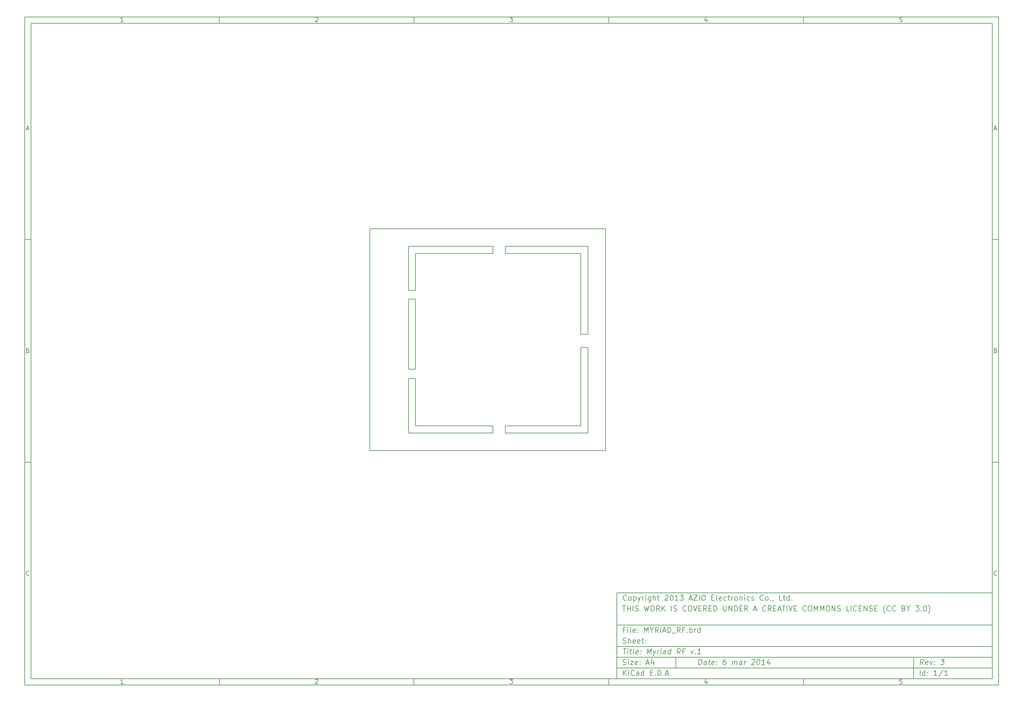
<source format=gbr>
G04 (created by PCBNEW (2013-05-31 BZR 4019)-stable) date 06/03/2014 18:54:47*
%MOIN*%
G04 Gerber Fmt 3.4, Leading zero omitted, Abs format*
%FSLAX34Y34*%
G01*
G70*
G90*
G04 APERTURE LIST*
%ADD10C,0.00590551*%
%ADD11C,0.0077*%
G04 APERTURE END LIST*
G54D10*
X4000Y-4000D02*
X112930Y-4000D01*
X112930Y-78680D01*
X4000Y-78680D01*
X4000Y-4000D01*
X4700Y-4700D02*
X112230Y-4700D01*
X112230Y-77980D01*
X4700Y-77980D01*
X4700Y-4700D01*
X25780Y-4000D02*
X25780Y-4700D01*
X15032Y-4552D02*
X14747Y-4552D01*
X14890Y-4552D02*
X14890Y-4052D01*
X14842Y-4123D01*
X14794Y-4171D01*
X14747Y-4195D01*
X25780Y-78680D02*
X25780Y-77980D01*
X15032Y-78532D02*
X14747Y-78532D01*
X14890Y-78532D02*
X14890Y-78032D01*
X14842Y-78103D01*
X14794Y-78151D01*
X14747Y-78175D01*
X47560Y-4000D02*
X47560Y-4700D01*
X36527Y-4100D02*
X36550Y-4076D01*
X36598Y-4052D01*
X36717Y-4052D01*
X36765Y-4076D01*
X36789Y-4100D01*
X36812Y-4147D01*
X36812Y-4195D01*
X36789Y-4266D01*
X36503Y-4552D01*
X36812Y-4552D01*
X47560Y-78680D02*
X47560Y-77980D01*
X36527Y-78080D02*
X36550Y-78056D01*
X36598Y-78032D01*
X36717Y-78032D01*
X36765Y-78056D01*
X36789Y-78080D01*
X36812Y-78127D01*
X36812Y-78175D01*
X36789Y-78246D01*
X36503Y-78532D01*
X36812Y-78532D01*
X69340Y-4000D02*
X69340Y-4700D01*
X58283Y-4052D02*
X58592Y-4052D01*
X58426Y-4242D01*
X58497Y-4242D01*
X58545Y-4266D01*
X58569Y-4290D01*
X58592Y-4338D01*
X58592Y-4457D01*
X58569Y-4504D01*
X58545Y-4528D01*
X58497Y-4552D01*
X58354Y-4552D01*
X58307Y-4528D01*
X58283Y-4504D01*
X69340Y-78680D02*
X69340Y-77980D01*
X58283Y-78032D02*
X58592Y-78032D01*
X58426Y-78222D01*
X58497Y-78222D01*
X58545Y-78246D01*
X58569Y-78270D01*
X58592Y-78318D01*
X58592Y-78437D01*
X58569Y-78484D01*
X58545Y-78508D01*
X58497Y-78532D01*
X58354Y-78532D01*
X58307Y-78508D01*
X58283Y-78484D01*
X91120Y-4000D02*
X91120Y-4700D01*
X80325Y-4219D02*
X80325Y-4552D01*
X80206Y-4028D02*
X80087Y-4385D01*
X80396Y-4385D01*
X91120Y-78680D02*
X91120Y-77980D01*
X80325Y-78199D02*
X80325Y-78532D01*
X80206Y-78008D02*
X80087Y-78365D01*
X80396Y-78365D01*
X102129Y-4052D02*
X101890Y-4052D01*
X101867Y-4290D01*
X101890Y-4266D01*
X101938Y-4242D01*
X102057Y-4242D01*
X102105Y-4266D01*
X102129Y-4290D01*
X102152Y-4338D01*
X102152Y-4457D01*
X102129Y-4504D01*
X102105Y-4528D01*
X102057Y-4552D01*
X101938Y-4552D01*
X101890Y-4528D01*
X101867Y-4504D01*
X102129Y-78032D02*
X101890Y-78032D01*
X101867Y-78270D01*
X101890Y-78246D01*
X101938Y-78222D01*
X102057Y-78222D01*
X102105Y-78246D01*
X102129Y-78270D01*
X102152Y-78318D01*
X102152Y-78437D01*
X102129Y-78484D01*
X102105Y-78508D01*
X102057Y-78532D01*
X101938Y-78532D01*
X101890Y-78508D01*
X101867Y-78484D01*
X4000Y-28890D02*
X4700Y-28890D01*
X4230Y-16509D02*
X4469Y-16509D01*
X4183Y-16652D02*
X4350Y-16152D01*
X4516Y-16652D01*
X112930Y-28890D02*
X112230Y-28890D01*
X112460Y-16509D02*
X112699Y-16509D01*
X112413Y-16652D02*
X112580Y-16152D01*
X112746Y-16652D01*
X4000Y-53780D02*
X4700Y-53780D01*
X4385Y-41280D02*
X4457Y-41304D01*
X4480Y-41328D01*
X4504Y-41375D01*
X4504Y-41447D01*
X4480Y-41494D01*
X4457Y-41518D01*
X4409Y-41542D01*
X4219Y-41542D01*
X4219Y-41042D01*
X4385Y-41042D01*
X4433Y-41066D01*
X4457Y-41090D01*
X4480Y-41137D01*
X4480Y-41185D01*
X4457Y-41232D01*
X4433Y-41256D01*
X4385Y-41280D01*
X4219Y-41280D01*
X112930Y-53780D02*
X112230Y-53780D01*
X112615Y-41280D02*
X112687Y-41304D01*
X112710Y-41328D01*
X112734Y-41375D01*
X112734Y-41447D01*
X112710Y-41494D01*
X112687Y-41518D01*
X112639Y-41542D01*
X112449Y-41542D01*
X112449Y-41042D01*
X112615Y-41042D01*
X112663Y-41066D01*
X112687Y-41090D01*
X112710Y-41137D01*
X112710Y-41185D01*
X112687Y-41232D01*
X112663Y-41256D01*
X112615Y-41280D01*
X112449Y-41280D01*
X4504Y-66384D02*
X4480Y-66408D01*
X4409Y-66432D01*
X4361Y-66432D01*
X4290Y-66408D01*
X4242Y-66360D01*
X4219Y-66313D01*
X4195Y-66218D01*
X4195Y-66146D01*
X4219Y-66051D01*
X4242Y-66003D01*
X4290Y-65956D01*
X4361Y-65932D01*
X4409Y-65932D01*
X4480Y-65956D01*
X4504Y-65980D01*
X112734Y-66384D02*
X112710Y-66408D01*
X112639Y-66432D01*
X112591Y-66432D01*
X112520Y-66408D01*
X112472Y-66360D01*
X112449Y-66313D01*
X112425Y-66218D01*
X112425Y-66146D01*
X112449Y-66051D01*
X112472Y-66003D01*
X112520Y-65956D01*
X112591Y-65932D01*
X112639Y-65932D01*
X112710Y-65956D01*
X112734Y-65980D01*
X79380Y-76422D02*
X79455Y-75822D01*
X79597Y-75822D01*
X79680Y-75851D01*
X79730Y-75908D01*
X79751Y-75965D01*
X79765Y-76080D01*
X79755Y-76165D01*
X79712Y-76280D01*
X79676Y-76337D01*
X79612Y-76394D01*
X79522Y-76422D01*
X79380Y-76422D01*
X80237Y-76422D02*
X80276Y-76108D01*
X80255Y-76051D01*
X80201Y-76022D01*
X80087Y-76022D01*
X80026Y-76051D01*
X80240Y-76394D02*
X80180Y-76422D01*
X80037Y-76422D01*
X79983Y-76394D01*
X79962Y-76337D01*
X79969Y-76280D01*
X80005Y-76222D01*
X80065Y-76194D01*
X80208Y-76194D01*
X80269Y-76165D01*
X80487Y-76022D02*
X80715Y-76022D01*
X80597Y-75822D02*
X80533Y-76337D01*
X80555Y-76394D01*
X80608Y-76422D01*
X80665Y-76422D01*
X81097Y-76394D02*
X81037Y-76422D01*
X80922Y-76422D01*
X80869Y-76394D01*
X80847Y-76337D01*
X80876Y-76108D01*
X80912Y-76051D01*
X80972Y-76022D01*
X81087Y-76022D01*
X81140Y-76051D01*
X81162Y-76108D01*
X81155Y-76165D01*
X80862Y-76222D01*
X81387Y-76365D02*
X81412Y-76394D01*
X81380Y-76422D01*
X81355Y-76394D01*
X81387Y-76365D01*
X81380Y-76422D01*
X81426Y-76051D02*
X81451Y-76080D01*
X81419Y-76108D01*
X81394Y-76080D01*
X81426Y-76051D01*
X81419Y-76108D01*
X82455Y-75822D02*
X82340Y-75822D01*
X82279Y-75851D01*
X82247Y-75880D01*
X82180Y-75965D01*
X82137Y-76080D01*
X82108Y-76308D01*
X82130Y-76365D01*
X82155Y-76394D01*
X82208Y-76422D01*
X82322Y-76422D01*
X82383Y-76394D01*
X82415Y-76365D01*
X82451Y-76308D01*
X82469Y-76165D01*
X82447Y-76108D01*
X82422Y-76080D01*
X82369Y-76051D01*
X82254Y-76051D01*
X82194Y-76080D01*
X82162Y-76108D01*
X82126Y-76165D01*
X83151Y-76422D02*
X83201Y-76022D01*
X83194Y-76080D02*
X83226Y-76051D01*
X83287Y-76022D01*
X83372Y-76022D01*
X83426Y-76051D01*
X83447Y-76108D01*
X83408Y-76422D01*
X83447Y-76108D02*
X83483Y-76051D01*
X83544Y-76022D01*
X83630Y-76022D01*
X83683Y-76051D01*
X83705Y-76108D01*
X83665Y-76422D01*
X84208Y-76422D02*
X84247Y-76108D01*
X84226Y-76051D01*
X84172Y-76022D01*
X84058Y-76022D01*
X83997Y-76051D01*
X84212Y-76394D02*
X84151Y-76422D01*
X84008Y-76422D01*
X83955Y-76394D01*
X83933Y-76337D01*
X83940Y-76280D01*
X83976Y-76222D01*
X84037Y-76194D01*
X84180Y-76194D01*
X84240Y-76165D01*
X84494Y-76422D02*
X84544Y-76022D01*
X84530Y-76137D02*
X84565Y-76080D01*
X84597Y-76051D01*
X84658Y-76022D01*
X84715Y-76022D01*
X85362Y-75880D02*
X85394Y-75851D01*
X85455Y-75822D01*
X85597Y-75822D01*
X85651Y-75851D01*
X85676Y-75880D01*
X85697Y-75937D01*
X85690Y-75994D01*
X85651Y-76080D01*
X85265Y-76422D01*
X85637Y-76422D01*
X86083Y-75822D02*
X86140Y-75822D01*
X86194Y-75851D01*
X86219Y-75880D01*
X86240Y-75937D01*
X86255Y-76051D01*
X86237Y-76194D01*
X86194Y-76308D01*
X86158Y-76365D01*
X86126Y-76394D01*
X86065Y-76422D01*
X86008Y-76422D01*
X85955Y-76394D01*
X85930Y-76365D01*
X85908Y-76308D01*
X85894Y-76194D01*
X85912Y-76051D01*
X85955Y-75937D01*
X85990Y-75880D01*
X86022Y-75851D01*
X86083Y-75822D01*
X86780Y-76422D02*
X86437Y-76422D01*
X86608Y-76422D02*
X86683Y-75822D01*
X86615Y-75908D01*
X86551Y-75965D01*
X86490Y-75994D01*
X87344Y-76022D02*
X87294Y-76422D01*
X87230Y-75794D02*
X87033Y-76222D01*
X87405Y-76222D01*
X70972Y-77622D02*
X70972Y-77022D01*
X71315Y-77622D02*
X71058Y-77280D01*
X71315Y-77022D02*
X70972Y-77365D01*
X71572Y-77622D02*
X71572Y-77222D01*
X71572Y-77022D02*
X71544Y-77051D01*
X71572Y-77080D01*
X71601Y-77051D01*
X71572Y-77022D01*
X71572Y-77080D01*
X72201Y-77565D02*
X72172Y-77594D01*
X72087Y-77622D01*
X72030Y-77622D01*
X71944Y-77594D01*
X71887Y-77537D01*
X71858Y-77480D01*
X71830Y-77365D01*
X71830Y-77280D01*
X71858Y-77165D01*
X71887Y-77108D01*
X71944Y-77051D01*
X72030Y-77022D01*
X72087Y-77022D01*
X72172Y-77051D01*
X72201Y-77080D01*
X72715Y-77622D02*
X72715Y-77308D01*
X72687Y-77251D01*
X72630Y-77222D01*
X72515Y-77222D01*
X72458Y-77251D01*
X72715Y-77594D02*
X72658Y-77622D01*
X72515Y-77622D01*
X72458Y-77594D01*
X72430Y-77537D01*
X72430Y-77480D01*
X72458Y-77422D01*
X72515Y-77394D01*
X72658Y-77394D01*
X72715Y-77365D01*
X73258Y-77622D02*
X73258Y-77022D01*
X73258Y-77594D02*
X73201Y-77622D01*
X73087Y-77622D01*
X73030Y-77594D01*
X73001Y-77565D01*
X72972Y-77508D01*
X72972Y-77337D01*
X73001Y-77280D01*
X73030Y-77251D01*
X73087Y-77222D01*
X73201Y-77222D01*
X73258Y-77251D01*
X74001Y-77308D02*
X74201Y-77308D01*
X74287Y-77622D02*
X74001Y-77622D01*
X74001Y-77022D01*
X74287Y-77022D01*
X74544Y-77565D02*
X74572Y-77594D01*
X74544Y-77622D01*
X74515Y-77594D01*
X74544Y-77565D01*
X74544Y-77622D01*
X74829Y-77622D02*
X74829Y-77022D01*
X74972Y-77022D01*
X75058Y-77051D01*
X75115Y-77108D01*
X75144Y-77165D01*
X75172Y-77280D01*
X75172Y-77365D01*
X75144Y-77480D01*
X75115Y-77537D01*
X75058Y-77594D01*
X74972Y-77622D01*
X74829Y-77622D01*
X75429Y-77565D02*
X75458Y-77594D01*
X75429Y-77622D01*
X75401Y-77594D01*
X75429Y-77565D01*
X75429Y-77622D01*
X75687Y-77451D02*
X75972Y-77451D01*
X75629Y-77622D02*
X75829Y-77022D01*
X76029Y-77622D01*
X76229Y-77565D02*
X76258Y-77594D01*
X76229Y-77622D01*
X76201Y-77594D01*
X76229Y-77565D01*
X76229Y-77622D01*
X104522Y-76422D02*
X104358Y-76137D01*
X104180Y-76422D02*
X104255Y-75822D01*
X104483Y-75822D01*
X104537Y-75851D01*
X104562Y-75880D01*
X104583Y-75937D01*
X104572Y-76022D01*
X104537Y-76080D01*
X104505Y-76108D01*
X104444Y-76137D01*
X104215Y-76137D01*
X105012Y-76394D02*
X104951Y-76422D01*
X104837Y-76422D01*
X104783Y-76394D01*
X104762Y-76337D01*
X104790Y-76108D01*
X104826Y-76051D01*
X104887Y-76022D01*
X105001Y-76022D01*
X105055Y-76051D01*
X105076Y-76108D01*
X105069Y-76165D01*
X104776Y-76222D01*
X105287Y-76022D02*
X105380Y-76422D01*
X105572Y-76022D01*
X105758Y-76365D02*
X105783Y-76394D01*
X105751Y-76422D01*
X105726Y-76394D01*
X105758Y-76365D01*
X105751Y-76422D01*
X105797Y-76051D02*
X105822Y-76080D01*
X105790Y-76108D01*
X105765Y-76080D01*
X105797Y-76051D01*
X105790Y-76108D01*
X106512Y-75822D02*
X106883Y-75822D01*
X106655Y-76051D01*
X106740Y-76051D01*
X106794Y-76080D01*
X106819Y-76108D01*
X106840Y-76165D01*
X106822Y-76308D01*
X106787Y-76365D01*
X106755Y-76394D01*
X106694Y-76422D01*
X106522Y-76422D01*
X106469Y-76394D01*
X106444Y-76365D01*
X70944Y-76394D02*
X71030Y-76422D01*
X71172Y-76422D01*
X71230Y-76394D01*
X71258Y-76365D01*
X71287Y-76308D01*
X71287Y-76251D01*
X71258Y-76194D01*
X71230Y-76165D01*
X71172Y-76137D01*
X71058Y-76108D01*
X71001Y-76080D01*
X70972Y-76051D01*
X70944Y-75994D01*
X70944Y-75937D01*
X70972Y-75880D01*
X71001Y-75851D01*
X71058Y-75822D01*
X71201Y-75822D01*
X71287Y-75851D01*
X71544Y-76422D02*
X71544Y-76022D01*
X71544Y-75822D02*
X71515Y-75851D01*
X71544Y-75880D01*
X71572Y-75851D01*
X71544Y-75822D01*
X71544Y-75880D01*
X71772Y-76022D02*
X72087Y-76022D01*
X71772Y-76422D01*
X72087Y-76422D01*
X72544Y-76394D02*
X72487Y-76422D01*
X72372Y-76422D01*
X72315Y-76394D01*
X72287Y-76337D01*
X72287Y-76108D01*
X72315Y-76051D01*
X72372Y-76022D01*
X72487Y-76022D01*
X72544Y-76051D01*
X72572Y-76108D01*
X72572Y-76165D01*
X72287Y-76222D01*
X72830Y-76365D02*
X72858Y-76394D01*
X72830Y-76422D01*
X72801Y-76394D01*
X72830Y-76365D01*
X72830Y-76422D01*
X72830Y-76051D02*
X72858Y-76080D01*
X72830Y-76108D01*
X72801Y-76080D01*
X72830Y-76051D01*
X72830Y-76108D01*
X73544Y-76251D02*
X73830Y-76251D01*
X73487Y-76422D02*
X73687Y-75822D01*
X73887Y-76422D01*
X74344Y-76022D02*
X74344Y-76422D01*
X74201Y-75794D02*
X74058Y-76222D01*
X74430Y-76222D01*
X104172Y-77622D02*
X104172Y-77022D01*
X104715Y-77622D02*
X104715Y-77022D01*
X104715Y-77594D02*
X104658Y-77622D01*
X104544Y-77622D01*
X104487Y-77594D01*
X104458Y-77565D01*
X104430Y-77508D01*
X104430Y-77337D01*
X104458Y-77280D01*
X104487Y-77251D01*
X104544Y-77222D01*
X104658Y-77222D01*
X104715Y-77251D01*
X105001Y-77565D02*
X105030Y-77594D01*
X105001Y-77622D01*
X104972Y-77594D01*
X105001Y-77565D01*
X105001Y-77622D01*
X105001Y-77251D02*
X105030Y-77280D01*
X105001Y-77308D01*
X104972Y-77280D01*
X105001Y-77251D01*
X105001Y-77308D01*
X106058Y-77622D02*
X105715Y-77622D01*
X105887Y-77622D02*
X105887Y-77022D01*
X105829Y-77108D01*
X105772Y-77165D01*
X105715Y-77194D01*
X106744Y-76994D02*
X106230Y-77765D01*
X107258Y-77622D02*
X106915Y-77622D01*
X107087Y-77622D02*
X107087Y-77022D01*
X107029Y-77108D01*
X106972Y-77165D01*
X106915Y-77194D01*
X70969Y-74622D02*
X71312Y-74622D01*
X71065Y-75222D02*
X71140Y-74622D01*
X71437Y-75222D02*
X71487Y-74822D01*
X71512Y-74622D02*
X71480Y-74651D01*
X71505Y-74680D01*
X71537Y-74651D01*
X71512Y-74622D01*
X71505Y-74680D01*
X71687Y-74822D02*
X71915Y-74822D01*
X71797Y-74622D02*
X71733Y-75137D01*
X71755Y-75194D01*
X71808Y-75222D01*
X71865Y-75222D01*
X72151Y-75222D02*
X72097Y-75194D01*
X72076Y-75137D01*
X72140Y-74622D01*
X72612Y-75194D02*
X72551Y-75222D01*
X72437Y-75222D01*
X72383Y-75194D01*
X72362Y-75137D01*
X72390Y-74908D01*
X72426Y-74851D01*
X72487Y-74822D01*
X72601Y-74822D01*
X72655Y-74851D01*
X72676Y-74908D01*
X72669Y-74965D01*
X72376Y-75022D01*
X72901Y-75165D02*
X72926Y-75194D01*
X72894Y-75222D01*
X72869Y-75194D01*
X72901Y-75165D01*
X72894Y-75222D01*
X72940Y-74851D02*
X72965Y-74880D01*
X72933Y-74908D01*
X72908Y-74880D01*
X72940Y-74851D01*
X72933Y-74908D01*
X73637Y-75222D02*
X73712Y-74622D01*
X73858Y-75051D01*
X74112Y-74622D01*
X74037Y-75222D01*
X74315Y-74822D02*
X74408Y-75222D01*
X74601Y-74822D02*
X74408Y-75222D01*
X74333Y-75365D01*
X74301Y-75394D01*
X74240Y-75422D01*
X74780Y-75222D02*
X74830Y-74822D01*
X74815Y-74937D02*
X74851Y-74880D01*
X74883Y-74851D01*
X74944Y-74822D01*
X75001Y-74822D01*
X75151Y-75222D02*
X75201Y-74822D01*
X75226Y-74622D02*
X75194Y-74651D01*
X75219Y-74680D01*
X75251Y-74651D01*
X75226Y-74622D01*
X75219Y-74680D01*
X75694Y-75222D02*
X75733Y-74908D01*
X75712Y-74851D01*
X75658Y-74822D01*
X75544Y-74822D01*
X75483Y-74851D01*
X75697Y-75194D02*
X75637Y-75222D01*
X75494Y-75222D01*
X75440Y-75194D01*
X75419Y-75137D01*
X75426Y-75080D01*
X75462Y-75022D01*
X75522Y-74994D01*
X75665Y-74994D01*
X75726Y-74965D01*
X76237Y-75222D02*
X76312Y-74622D01*
X76240Y-75194D02*
X76180Y-75222D01*
X76065Y-75222D01*
X76012Y-75194D01*
X75987Y-75165D01*
X75965Y-75108D01*
X75987Y-74937D01*
X76022Y-74880D01*
X76055Y-74851D01*
X76115Y-74822D01*
X76230Y-74822D01*
X76283Y-74851D01*
X77322Y-75222D02*
X77158Y-74937D01*
X76980Y-75222D02*
X77055Y-74622D01*
X77283Y-74622D01*
X77337Y-74651D01*
X77362Y-74680D01*
X77383Y-74737D01*
X77372Y-74822D01*
X77337Y-74880D01*
X77305Y-74908D01*
X77244Y-74937D01*
X77015Y-74937D01*
X77819Y-74908D02*
X77619Y-74908D01*
X77580Y-75222D02*
X77655Y-74622D01*
X77940Y-74622D01*
X78544Y-74822D02*
X78637Y-75222D01*
X78830Y-74822D01*
X79015Y-75165D02*
X79040Y-75194D01*
X79008Y-75222D01*
X78983Y-75194D01*
X79015Y-75165D01*
X79008Y-75222D01*
X79608Y-75222D02*
X79265Y-75222D01*
X79437Y-75222D02*
X79512Y-74622D01*
X79444Y-74708D01*
X79380Y-74765D01*
X79319Y-74794D01*
X71172Y-72508D02*
X70972Y-72508D01*
X70972Y-72822D02*
X70972Y-72222D01*
X71258Y-72222D01*
X71487Y-72822D02*
X71487Y-72422D01*
X71487Y-72222D02*
X71458Y-72251D01*
X71487Y-72280D01*
X71515Y-72251D01*
X71487Y-72222D01*
X71487Y-72280D01*
X71858Y-72822D02*
X71801Y-72794D01*
X71772Y-72737D01*
X71772Y-72222D01*
X72315Y-72794D02*
X72258Y-72822D01*
X72144Y-72822D01*
X72087Y-72794D01*
X72058Y-72737D01*
X72058Y-72508D01*
X72087Y-72451D01*
X72144Y-72422D01*
X72258Y-72422D01*
X72315Y-72451D01*
X72344Y-72508D01*
X72344Y-72565D01*
X72058Y-72622D01*
X72601Y-72765D02*
X72630Y-72794D01*
X72601Y-72822D01*
X72572Y-72794D01*
X72601Y-72765D01*
X72601Y-72822D01*
X72601Y-72451D02*
X72630Y-72480D01*
X72601Y-72508D01*
X72572Y-72480D01*
X72601Y-72451D01*
X72601Y-72508D01*
X73344Y-72822D02*
X73344Y-72222D01*
X73544Y-72651D01*
X73744Y-72222D01*
X73744Y-72822D01*
X74144Y-72537D02*
X74144Y-72822D01*
X73944Y-72222D02*
X74144Y-72537D01*
X74344Y-72222D01*
X74887Y-72822D02*
X74687Y-72537D01*
X74544Y-72822D02*
X74544Y-72222D01*
X74772Y-72222D01*
X74830Y-72251D01*
X74858Y-72280D01*
X74887Y-72337D01*
X74887Y-72422D01*
X74858Y-72480D01*
X74830Y-72508D01*
X74772Y-72537D01*
X74544Y-72537D01*
X75144Y-72822D02*
X75144Y-72222D01*
X75401Y-72651D02*
X75687Y-72651D01*
X75344Y-72822D02*
X75544Y-72222D01*
X75744Y-72822D01*
X75944Y-72822D02*
X75944Y-72222D01*
X76087Y-72222D01*
X76172Y-72251D01*
X76230Y-72308D01*
X76258Y-72365D01*
X76287Y-72480D01*
X76287Y-72565D01*
X76258Y-72680D01*
X76230Y-72737D01*
X76172Y-72794D01*
X76087Y-72822D01*
X75944Y-72822D01*
X76401Y-72880D02*
X76858Y-72880D01*
X77344Y-72822D02*
X77144Y-72537D01*
X77001Y-72822D02*
X77001Y-72222D01*
X77230Y-72222D01*
X77287Y-72251D01*
X77315Y-72280D01*
X77344Y-72337D01*
X77344Y-72422D01*
X77315Y-72480D01*
X77287Y-72508D01*
X77230Y-72537D01*
X77001Y-72537D01*
X77801Y-72508D02*
X77601Y-72508D01*
X77601Y-72822D02*
X77601Y-72222D01*
X77887Y-72222D01*
X78115Y-72765D02*
X78144Y-72794D01*
X78115Y-72822D01*
X78087Y-72794D01*
X78115Y-72765D01*
X78115Y-72822D01*
X78401Y-72822D02*
X78401Y-72222D01*
X78401Y-72451D02*
X78458Y-72422D01*
X78572Y-72422D01*
X78630Y-72451D01*
X78658Y-72480D01*
X78687Y-72537D01*
X78687Y-72708D01*
X78658Y-72765D01*
X78630Y-72794D01*
X78572Y-72822D01*
X78458Y-72822D01*
X78401Y-72794D01*
X78944Y-72822D02*
X78944Y-72422D01*
X78944Y-72537D02*
X78972Y-72480D01*
X79001Y-72451D01*
X79058Y-72422D01*
X79115Y-72422D01*
X79572Y-72822D02*
X79572Y-72222D01*
X79572Y-72794D02*
X79515Y-72822D01*
X79401Y-72822D01*
X79344Y-72794D01*
X79315Y-72765D01*
X79287Y-72708D01*
X79287Y-72537D01*
X79315Y-72480D01*
X79344Y-72451D01*
X79401Y-72422D01*
X79515Y-72422D01*
X79572Y-72451D01*
X70944Y-73994D02*
X71030Y-74022D01*
X71172Y-74022D01*
X71230Y-73994D01*
X71258Y-73965D01*
X71287Y-73908D01*
X71287Y-73851D01*
X71258Y-73794D01*
X71230Y-73765D01*
X71172Y-73737D01*
X71058Y-73708D01*
X71001Y-73680D01*
X70972Y-73651D01*
X70944Y-73594D01*
X70944Y-73537D01*
X70972Y-73480D01*
X71001Y-73451D01*
X71058Y-73422D01*
X71201Y-73422D01*
X71287Y-73451D01*
X71544Y-74022D02*
X71544Y-73422D01*
X71801Y-74022D02*
X71801Y-73708D01*
X71772Y-73651D01*
X71715Y-73622D01*
X71630Y-73622D01*
X71572Y-73651D01*
X71544Y-73680D01*
X72315Y-73994D02*
X72258Y-74022D01*
X72144Y-74022D01*
X72087Y-73994D01*
X72058Y-73937D01*
X72058Y-73708D01*
X72087Y-73651D01*
X72144Y-73622D01*
X72258Y-73622D01*
X72315Y-73651D01*
X72344Y-73708D01*
X72344Y-73765D01*
X72058Y-73822D01*
X72830Y-73994D02*
X72772Y-74022D01*
X72658Y-74022D01*
X72601Y-73994D01*
X72572Y-73937D01*
X72572Y-73708D01*
X72601Y-73651D01*
X72658Y-73622D01*
X72772Y-73622D01*
X72830Y-73651D01*
X72858Y-73708D01*
X72858Y-73765D01*
X72572Y-73822D01*
X73030Y-73622D02*
X73258Y-73622D01*
X73115Y-73422D02*
X73115Y-73937D01*
X73144Y-73994D01*
X73201Y-74022D01*
X73258Y-74022D01*
X73458Y-73965D02*
X73487Y-73994D01*
X73458Y-74022D01*
X73430Y-73994D01*
X73458Y-73965D01*
X73458Y-74022D01*
X73458Y-73651D02*
X73487Y-73680D01*
X73458Y-73708D01*
X73430Y-73680D01*
X73458Y-73651D01*
X73458Y-73708D01*
X70887Y-69822D02*
X71230Y-69822D01*
X71058Y-70422D02*
X71058Y-69822D01*
X71430Y-70422D02*
X71430Y-69822D01*
X71430Y-70108D02*
X71772Y-70108D01*
X71772Y-70422D02*
X71772Y-69822D01*
X72058Y-70422D02*
X72058Y-69822D01*
X72315Y-70394D02*
X72401Y-70422D01*
X72544Y-70422D01*
X72601Y-70394D01*
X72629Y-70365D01*
X72658Y-70308D01*
X72658Y-70251D01*
X72629Y-70194D01*
X72601Y-70165D01*
X72544Y-70137D01*
X72429Y-70108D01*
X72372Y-70080D01*
X72344Y-70051D01*
X72315Y-69994D01*
X72315Y-69937D01*
X72344Y-69880D01*
X72372Y-69851D01*
X72429Y-69822D01*
X72572Y-69822D01*
X72658Y-69851D01*
X73315Y-69822D02*
X73458Y-70422D01*
X73572Y-69994D01*
X73687Y-70422D01*
X73830Y-69822D01*
X74172Y-69822D02*
X74287Y-69822D01*
X74344Y-69851D01*
X74401Y-69908D01*
X74430Y-70022D01*
X74430Y-70222D01*
X74401Y-70337D01*
X74344Y-70394D01*
X74287Y-70422D01*
X74172Y-70422D01*
X74115Y-70394D01*
X74058Y-70337D01*
X74030Y-70222D01*
X74030Y-70022D01*
X74058Y-69908D01*
X74115Y-69851D01*
X74172Y-69822D01*
X75029Y-70422D02*
X74829Y-70137D01*
X74687Y-70422D02*
X74687Y-69822D01*
X74915Y-69822D01*
X74972Y-69851D01*
X75001Y-69880D01*
X75029Y-69937D01*
X75029Y-70022D01*
X75001Y-70080D01*
X74972Y-70108D01*
X74915Y-70137D01*
X74687Y-70137D01*
X75287Y-70422D02*
X75287Y-69822D01*
X75629Y-70422D02*
X75372Y-70080D01*
X75629Y-69822D02*
X75287Y-70165D01*
X76344Y-70422D02*
X76344Y-69822D01*
X76601Y-70394D02*
X76687Y-70422D01*
X76829Y-70422D01*
X76887Y-70394D01*
X76915Y-70365D01*
X76944Y-70308D01*
X76944Y-70251D01*
X76915Y-70194D01*
X76887Y-70165D01*
X76829Y-70137D01*
X76715Y-70108D01*
X76658Y-70080D01*
X76629Y-70051D01*
X76601Y-69994D01*
X76601Y-69937D01*
X76629Y-69880D01*
X76658Y-69851D01*
X76715Y-69822D01*
X76858Y-69822D01*
X76944Y-69851D01*
X78001Y-70365D02*
X77972Y-70394D01*
X77887Y-70422D01*
X77830Y-70422D01*
X77744Y-70394D01*
X77687Y-70337D01*
X77658Y-70280D01*
X77630Y-70165D01*
X77630Y-70080D01*
X77658Y-69965D01*
X77687Y-69908D01*
X77744Y-69851D01*
X77830Y-69822D01*
X77887Y-69822D01*
X77972Y-69851D01*
X78001Y-69880D01*
X78372Y-69822D02*
X78487Y-69822D01*
X78544Y-69851D01*
X78601Y-69908D01*
X78630Y-70022D01*
X78630Y-70222D01*
X78601Y-70337D01*
X78544Y-70394D01*
X78487Y-70422D01*
X78372Y-70422D01*
X78315Y-70394D01*
X78258Y-70337D01*
X78230Y-70222D01*
X78230Y-70022D01*
X78258Y-69908D01*
X78315Y-69851D01*
X78372Y-69822D01*
X78801Y-69822D02*
X79001Y-70422D01*
X79201Y-69822D01*
X79401Y-70108D02*
X79601Y-70108D01*
X79687Y-70422D02*
X79401Y-70422D01*
X79401Y-69822D01*
X79687Y-69822D01*
X80287Y-70422D02*
X80087Y-70137D01*
X79944Y-70422D02*
X79944Y-69822D01*
X80172Y-69822D01*
X80229Y-69851D01*
X80258Y-69880D01*
X80287Y-69937D01*
X80287Y-70022D01*
X80258Y-70080D01*
X80229Y-70108D01*
X80172Y-70137D01*
X79944Y-70137D01*
X80544Y-70108D02*
X80744Y-70108D01*
X80829Y-70422D02*
X80544Y-70422D01*
X80544Y-69822D01*
X80829Y-69822D01*
X81087Y-70422D02*
X81087Y-69822D01*
X81229Y-69822D01*
X81315Y-69851D01*
X81372Y-69908D01*
X81401Y-69965D01*
X81429Y-70080D01*
X81429Y-70165D01*
X81401Y-70280D01*
X81372Y-70337D01*
X81315Y-70394D01*
X81229Y-70422D01*
X81087Y-70422D01*
X82144Y-69822D02*
X82144Y-70308D01*
X82172Y-70365D01*
X82201Y-70394D01*
X82258Y-70422D01*
X82372Y-70422D01*
X82429Y-70394D01*
X82458Y-70365D01*
X82487Y-70308D01*
X82487Y-69822D01*
X82772Y-70422D02*
X82772Y-69822D01*
X83115Y-70422D01*
X83115Y-69822D01*
X83401Y-70422D02*
X83401Y-69822D01*
X83544Y-69822D01*
X83629Y-69851D01*
X83687Y-69908D01*
X83715Y-69965D01*
X83744Y-70080D01*
X83744Y-70165D01*
X83715Y-70280D01*
X83687Y-70337D01*
X83629Y-70394D01*
X83544Y-70422D01*
X83401Y-70422D01*
X84001Y-70108D02*
X84201Y-70108D01*
X84287Y-70422D02*
X84001Y-70422D01*
X84001Y-69822D01*
X84287Y-69822D01*
X84887Y-70422D02*
X84687Y-70137D01*
X84544Y-70422D02*
X84544Y-69822D01*
X84772Y-69822D01*
X84829Y-69851D01*
X84858Y-69880D01*
X84887Y-69937D01*
X84887Y-70022D01*
X84858Y-70080D01*
X84829Y-70108D01*
X84772Y-70137D01*
X84544Y-70137D01*
X85572Y-70251D02*
X85858Y-70251D01*
X85515Y-70422D02*
X85715Y-69822D01*
X85915Y-70422D01*
X86915Y-70365D02*
X86887Y-70394D01*
X86801Y-70422D01*
X86744Y-70422D01*
X86658Y-70394D01*
X86601Y-70337D01*
X86572Y-70280D01*
X86544Y-70165D01*
X86544Y-70080D01*
X86572Y-69965D01*
X86601Y-69908D01*
X86658Y-69851D01*
X86744Y-69822D01*
X86801Y-69822D01*
X86887Y-69851D01*
X86915Y-69880D01*
X87515Y-70422D02*
X87315Y-70137D01*
X87172Y-70422D02*
X87172Y-69822D01*
X87401Y-69822D01*
X87458Y-69851D01*
X87487Y-69880D01*
X87515Y-69937D01*
X87515Y-70022D01*
X87487Y-70080D01*
X87458Y-70108D01*
X87401Y-70137D01*
X87172Y-70137D01*
X87772Y-70108D02*
X87972Y-70108D01*
X88058Y-70422D02*
X87772Y-70422D01*
X87772Y-69822D01*
X88058Y-69822D01*
X88287Y-70251D02*
X88572Y-70251D01*
X88229Y-70422D02*
X88429Y-69822D01*
X88629Y-70422D01*
X88744Y-69822D02*
X89087Y-69822D01*
X88915Y-70422D02*
X88915Y-69822D01*
X89287Y-70422D02*
X89287Y-69822D01*
X89487Y-69822D02*
X89687Y-70422D01*
X89887Y-69822D01*
X90087Y-70108D02*
X90287Y-70108D01*
X90372Y-70422D02*
X90087Y-70422D01*
X90087Y-69822D01*
X90372Y-69822D01*
X91429Y-70365D02*
X91401Y-70394D01*
X91315Y-70422D01*
X91258Y-70422D01*
X91172Y-70394D01*
X91115Y-70337D01*
X91087Y-70280D01*
X91058Y-70165D01*
X91058Y-70080D01*
X91087Y-69965D01*
X91115Y-69908D01*
X91172Y-69851D01*
X91258Y-69822D01*
X91315Y-69822D01*
X91401Y-69851D01*
X91429Y-69880D01*
X91801Y-69822D02*
X91915Y-69822D01*
X91972Y-69851D01*
X92029Y-69908D01*
X92058Y-70022D01*
X92058Y-70222D01*
X92029Y-70337D01*
X91972Y-70394D01*
X91915Y-70422D01*
X91801Y-70422D01*
X91744Y-70394D01*
X91687Y-70337D01*
X91658Y-70222D01*
X91658Y-70022D01*
X91687Y-69908D01*
X91744Y-69851D01*
X91801Y-69822D01*
X92315Y-70422D02*
X92315Y-69822D01*
X92515Y-70251D01*
X92715Y-69822D01*
X92715Y-70422D01*
X93001Y-70422D02*
X93001Y-69822D01*
X93201Y-70251D01*
X93401Y-69822D01*
X93401Y-70422D01*
X93801Y-69822D02*
X93915Y-69822D01*
X93972Y-69851D01*
X94029Y-69908D01*
X94058Y-70022D01*
X94058Y-70222D01*
X94029Y-70337D01*
X93972Y-70394D01*
X93915Y-70422D01*
X93801Y-70422D01*
X93744Y-70394D01*
X93687Y-70337D01*
X93658Y-70222D01*
X93658Y-70022D01*
X93687Y-69908D01*
X93744Y-69851D01*
X93801Y-69822D01*
X94315Y-70422D02*
X94315Y-69822D01*
X94658Y-70422D01*
X94658Y-69822D01*
X94915Y-70394D02*
X95001Y-70422D01*
X95144Y-70422D01*
X95201Y-70394D01*
X95229Y-70365D01*
X95258Y-70308D01*
X95258Y-70251D01*
X95229Y-70194D01*
X95201Y-70165D01*
X95144Y-70137D01*
X95029Y-70108D01*
X94972Y-70080D01*
X94944Y-70051D01*
X94915Y-69994D01*
X94915Y-69937D01*
X94944Y-69880D01*
X94972Y-69851D01*
X95029Y-69822D01*
X95172Y-69822D01*
X95258Y-69851D01*
X96258Y-70422D02*
X95972Y-70422D01*
X95972Y-69822D01*
X96458Y-70422D02*
X96458Y-69822D01*
X97087Y-70365D02*
X97058Y-70394D01*
X96972Y-70422D01*
X96915Y-70422D01*
X96829Y-70394D01*
X96772Y-70337D01*
X96744Y-70280D01*
X96715Y-70165D01*
X96715Y-70080D01*
X96744Y-69965D01*
X96772Y-69908D01*
X96829Y-69851D01*
X96915Y-69822D01*
X96972Y-69822D01*
X97058Y-69851D01*
X97087Y-69880D01*
X97344Y-70108D02*
X97544Y-70108D01*
X97629Y-70422D02*
X97344Y-70422D01*
X97344Y-69822D01*
X97629Y-69822D01*
X97887Y-70422D02*
X97887Y-69822D01*
X98229Y-70422D01*
X98229Y-69822D01*
X98487Y-70394D02*
X98572Y-70422D01*
X98715Y-70422D01*
X98772Y-70394D01*
X98801Y-70365D01*
X98829Y-70308D01*
X98829Y-70251D01*
X98801Y-70194D01*
X98772Y-70165D01*
X98715Y-70137D01*
X98601Y-70108D01*
X98544Y-70080D01*
X98515Y-70051D01*
X98487Y-69994D01*
X98487Y-69937D01*
X98515Y-69880D01*
X98544Y-69851D01*
X98601Y-69822D01*
X98744Y-69822D01*
X98829Y-69851D01*
X99087Y-70108D02*
X99287Y-70108D01*
X99372Y-70422D02*
X99087Y-70422D01*
X99087Y-69822D01*
X99372Y-69822D01*
X100258Y-70651D02*
X100229Y-70622D01*
X100172Y-70537D01*
X100144Y-70480D01*
X100115Y-70394D01*
X100087Y-70251D01*
X100087Y-70137D01*
X100115Y-69994D01*
X100144Y-69908D01*
X100172Y-69851D01*
X100229Y-69765D01*
X100258Y-69737D01*
X100829Y-70365D02*
X100801Y-70394D01*
X100715Y-70422D01*
X100658Y-70422D01*
X100572Y-70394D01*
X100515Y-70337D01*
X100487Y-70280D01*
X100458Y-70165D01*
X100458Y-70080D01*
X100487Y-69965D01*
X100515Y-69908D01*
X100572Y-69851D01*
X100658Y-69822D01*
X100715Y-69822D01*
X100801Y-69851D01*
X100829Y-69880D01*
X101429Y-70365D02*
X101401Y-70394D01*
X101315Y-70422D01*
X101258Y-70422D01*
X101172Y-70394D01*
X101115Y-70337D01*
X101087Y-70280D01*
X101058Y-70165D01*
X101058Y-70080D01*
X101087Y-69965D01*
X101115Y-69908D01*
X101172Y-69851D01*
X101258Y-69822D01*
X101315Y-69822D01*
X101401Y-69851D01*
X101429Y-69880D01*
X102344Y-70108D02*
X102429Y-70137D01*
X102458Y-70165D01*
X102487Y-70222D01*
X102487Y-70308D01*
X102458Y-70365D01*
X102429Y-70394D01*
X102372Y-70422D01*
X102144Y-70422D01*
X102144Y-69822D01*
X102344Y-69822D01*
X102401Y-69851D01*
X102429Y-69880D01*
X102458Y-69937D01*
X102458Y-69994D01*
X102429Y-70051D01*
X102401Y-70080D01*
X102344Y-70108D01*
X102144Y-70108D01*
X102858Y-70137D02*
X102858Y-70422D01*
X102658Y-69822D02*
X102858Y-70137D01*
X103058Y-69822D01*
X103658Y-69822D02*
X104029Y-69822D01*
X103829Y-70051D01*
X103915Y-70051D01*
X103972Y-70080D01*
X104001Y-70108D01*
X104029Y-70165D01*
X104029Y-70308D01*
X104001Y-70365D01*
X103972Y-70394D01*
X103915Y-70422D01*
X103744Y-70422D01*
X103687Y-70394D01*
X103658Y-70365D01*
X104287Y-70365D02*
X104315Y-70394D01*
X104287Y-70422D01*
X104258Y-70394D01*
X104287Y-70365D01*
X104287Y-70422D01*
X104687Y-69822D02*
X104744Y-69822D01*
X104801Y-69851D01*
X104829Y-69880D01*
X104858Y-69937D01*
X104887Y-70051D01*
X104887Y-70194D01*
X104858Y-70308D01*
X104829Y-70365D01*
X104801Y-70394D01*
X104744Y-70422D01*
X104687Y-70422D01*
X104629Y-70394D01*
X104601Y-70365D01*
X104572Y-70308D01*
X104544Y-70194D01*
X104544Y-70051D01*
X104572Y-69937D01*
X104601Y-69880D01*
X104629Y-69851D01*
X104687Y-69822D01*
X105087Y-70651D02*
X105115Y-70622D01*
X105172Y-70537D01*
X105201Y-70480D01*
X105229Y-70394D01*
X105258Y-70251D01*
X105258Y-70137D01*
X105229Y-69994D01*
X105201Y-69908D01*
X105172Y-69851D01*
X105115Y-69765D01*
X105087Y-69737D01*
X71315Y-69165D02*
X71287Y-69194D01*
X71201Y-69222D01*
X71144Y-69222D01*
X71058Y-69194D01*
X71001Y-69137D01*
X70972Y-69080D01*
X70944Y-68965D01*
X70944Y-68880D01*
X70972Y-68765D01*
X71001Y-68708D01*
X71058Y-68651D01*
X71144Y-68622D01*
X71201Y-68622D01*
X71287Y-68651D01*
X71315Y-68680D01*
X71658Y-69222D02*
X71601Y-69194D01*
X71572Y-69165D01*
X71544Y-69108D01*
X71544Y-68937D01*
X71572Y-68880D01*
X71601Y-68851D01*
X71658Y-68822D01*
X71744Y-68822D01*
X71801Y-68851D01*
X71830Y-68880D01*
X71858Y-68937D01*
X71858Y-69108D01*
X71830Y-69165D01*
X71801Y-69194D01*
X71744Y-69222D01*
X71658Y-69222D01*
X72115Y-68822D02*
X72115Y-69422D01*
X72115Y-68851D02*
X72172Y-68822D01*
X72287Y-68822D01*
X72344Y-68851D01*
X72372Y-68880D01*
X72401Y-68937D01*
X72401Y-69108D01*
X72372Y-69165D01*
X72344Y-69194D01*
X72287Y-69222D01*
X72172Y-69222D01*
X72115Y-69194D01*
X72601Y-68822D02*
X72744Y-69222D01*
X72887Y-68822D02*
X72744Y-69222D01*
X72687Y-69365D01*
X72658Y-69394D01*
X72601Y-69422D01*
X73115Y-69222D02*
X73115Y-68822D01*
X73115Y-68937D02*
X73144Y-68880D01*
X73172Y-68851D01*
X73230Y-68822D01*
X73287Y-68822D01*
X73487Y-69222D02*
X73487Y-68822D01*
X73487Y-68622D02*
X73458Y-68651D01*
X73487Y-68680D01*
X73515Y-68651D01*
X73487Y-68622D01*
X73487Y-68680D01*
X74030Y-68822D02*
X74030Y-69308D01*
X74001Y-69365D01*
X73972Y-69394D01*
X73915Y-69422D01*
X73830Y-69422D01*
X73772Y-69394D01*
X74030Y-69194D02*
X73972Y-69222D01*
X73858Y-69222D01*
X73801Y-69194D01*
X73772Y-69165D01*
X73744Y-69108D01*
X73744Y-68937D01*
X73772Y-68880D01*
X73801Y-68851D01*
X73858Y-68822D01*
X73972Y-68822D01*
X74030Y-68851D01*
X74315Y-69222D02*
X74315Y-68622D01*
X74572Y-69222D02*
X74572Y-68908D01*
X74544Y-68851D01*
X74487Y-68822D01*
X74401Y-68822D01*
X74344Y-68851D01*
X74315Y-68880D01*
X74772Y-68822D02*
X75001Y-68822D01*
X74858Y-68622D02*
X74858Y-69137D01*
X74887Y-69194D01*
X74944Y-69222D01*
X75001Y-69222D01*
X75630Y-68680D02*
X75658Y-68651D01*
X75715Y-68622D01*
X75858Y-68622D01*
X75915Y-68651D01*
X75944Y-68680D01*
X75972Y-68737D01*
X75972Y-68794D01*
X75944Y-68880D01*
X75601Y-69222D01*
X75972Y-69222D01*
X76344Y-68622D02*
X76401Y-68622D01*
X76458Y-68651D01*
X76487Y-68680D01*
X76515Y-68737D01*
X76544Y-68851D01*
X76544Y-68994D01*
X76515Y-69108D01*
X76487Y-69165D01*
X76458Y-69194D01*
X76401Y-69222D01*
X76344Y-69222D01*
X76287Y-69194D01*
X76258Y-69165D01*
X76230Y-69108D01*
X76201Y-68994D01*
X76201Y-68851D01*
X76230Y-68737D01*
X76258Y-68680D01*
X76287Y-68651D01*
X76344Y-68622D01*
X77115Y-69222D02*
X76772Y-69222D01*
X76944Y-69222D02*
X76944Y-68622D01*
X76887Y-68708D01*
X76830Y-68765D01*
X76772Y-68794D01*
X77315Y-68622D02*
X77687Y-68622D01*
X77487Y-68851D01*
X77572Y-68851D01*
X77630Y-68880D01*
X77658Y-68908D01*
X77687Y-68965D01*
X77687Y-69108D01*
X77658Y-69165D01*
X77630Y-69194D01*
X77572Y-69222D01*
X77401Y-69222D01*
X77344Y-69194D01*
X77315Y-69165D01*
X78372Y-69051D02*
X78658Y-69051D01*
X78315Y-69222D02*
X78515Y-68622D01*
X78715Y-69222D01*
X78858Y-68622D02*
X79258Y-68622D01*
X78858Y-69222D01*
X79258Y-69222D01*
X79487Y-69222D02*
X79487Y-68622D01*
X79887Y-68622D02*
X80001Y-68622D01*
X80058Y-68651D01*
X80115Y-68708D01*
X80144Y-68822D01*
X80144Y-69022D01*
X80115Y-69137D01*
X80058Y-69194D01*
X80001Y-69222D01*
X79887Y-69222D01*
X79830Y-69194D01*
X79772Y-69137D01*
X79744Y-69022D01*
X79744Y-68822D01*
X79772Y-68708D01*
X79830Y-68651D01*
X79887Y-68622D01*
X80858Y-68908D02*
X81058Y-68908D01*
X81144Y-69222D02*
X80858Y-69222D01*
X80858Y-68622D01*
X81144Y-68622D01*
X81487Y-69222D02*
X81430Y-69194D01*
X81401Y-69137D01*
X81401Y-68622D01*
X81944Y-69194D02*
X81887Y-69222D01*
X81772Y-69222D01*
X81715Y-69194D01*
X81687Y-69137D01*
X81687Y-68908D01*
X81715Y-68851D01*
X81772Y-68822D01*
X81887Y-68822D01*
X81944Y-68851D01*
X81972Y-68908D01*
X81972Y-68965D01*
X81687Y-69022D01*
X82487Y-69194D02*
X82430Y-69222D01*
X82315Y-69222D01*
X82258Y-69194D01*
X82230Y-69165D01*
X82201Y-69108D01*
X82201Y-68937D01*
X82230Y-68880D01*
X82258Y-68851D01*
X82315Y-68822D01*
X82430Y-68822D01*
X82487Y-68851D01*
X82658Y-68822D02*
X82887Y-68822D01*
X82744Y-68622D02*
X82744Y-69137D01*
X82772Y-69194D01*
X82830Y-69222D01*
X82887Y-69222D01*
X83087Y-69222D02*
X83087Y-68822D01*
X83087Y-68937D02*
X83115Y-68880D01*
X83144Y-68851D01*
X83201Y-68822D01*
X83258Y-68822D01*
X83544Y-69222D02*
X83487Y-69194D01*
X83458Y-69165D01*
X83430Y-69108D01*
X83430Y-68937D01*
X83458Y-68880D01*
X83487Y-68851D01*
X83544Y-68822D01*
X83630Y-68822D01*
X83687Y-68851D01*
X83715Y-68880D01*
X83744Y-68937D01*
X83744Y-69108D01*
X83715Y-69165D01*
X83687Y-69194D01*
X83630Y-69222D01*
X83544Y-69222D01*
X84001Y-68822D02*
X84001Y-69222D01*
X84001Y-68880D02*
X84030Y-68851D01*
X84087Y-68822D01*
X84172Y-68822D01*
X84230Y-68851D01*
X84258Y-68908D01*
X84258Y-69222D01*
X84544Y-69222D02*
X84544Y-68822D01*
X84544Y-68622D02*
X84515Y-68651D01*
X84544Y-68680D01*
X84572Y-68651D01*
X84544Y-68622D01*
X84544Y-68680D01*
X85087Y-69194D02*
X85030Y-69222D01*
X84915Y-69222D01*
X84858Y-69194D01*
X84830Y-69165D01*
X84801Y-69108D01*
X84801Y-68937D01*
X84830Y-68880D01*
X84858Y-68851D01*
X84915Y-68822D01*
X85030Y-68822D01*
X85087Y-68851D01*
X85315Y-69194D02*
X85372Y-69222D01*
X85487Y-69222D01*
X85544Y-69194D01*
X85572Y-69137D01*
X85572Y-69108D01*
X85544Y-69051D01*
X85487Y-69022D01*
X85401Y-69022D01*
X85344Y-68994D01*
X85315Y-68937D01*
X85315Y-68908D01*
X85344Y-68851D01*
X85401Y-68822D01*
X85487Y-68822D01*
X85544Y-68851D01*
X86630Y-69165D02*
X86601Y-69194D01*
X86515Y-69222D01*
X86458Y-69222D01*
X86372Y-69194D01*
X86315Y-69137D01*
X86287Y-69080D01*
X86258Y-68965D01*
X86258Y-68880D01*
X86287Y-68765D01*
X86315Y-68708D01*
X86372Y-68651D01*
X86458Y-68622D01*
X86515Y-68622D01*
X86601Y-68651D01*
X86630Y-68680D01*
X86972Y-69222D02*
X86915Y-69194D01*
X86887Y-69165D01*
X86858Y-69108D01*
X86858Y-68937D01*
X86887Y-68880D01*
X86915Y-68851D01*
X86972Y-68822D01*
X87058Y-68822D01*
X87115Y-68851D01*
X87144Y-68880D01*
X87172Y-68937D01*
X87172Y-69108D01*
X87144Y-69165D01*
X87115Y-69194D01*
X87058Y-69222D01*
X86972Y-69222D01*
X87430Y-69165D02*
X87458Y-69194D01*
X87430Y-69222D01*
X87401Y-69194D01*
X87430Y-69165D01*
X87430Y-69222D01*
X87744Y-69194D02*
X87744Y-69222D01*
X87715Y-69280D01*
X87687Y-69308D01*
X88744Y-69222D02*
X88458Y-69222D01*
X88458Y-68622D01*
X88858Y-68822D02*
X89087Y-68822D01*
X88944Y-68622D02*
X88944Y-69137D01*
X88972Y-69194D01*
X89030Y-69222D01*
X89087Y-69222D01*
X89544Y-69222D02*
X89544Y-68622D01*
X89544Y-69194D02*
X89487Y-69222D01*
X89372Y-69222D01*
X89315Y-69194D01*
X89287Y-69165D01*
X89258Y-69108D01*
X89258Y-68937D01*
X89287Y-68880D01*
X89315Y-68851D01*
X89372Y-68822D01*
X89487Y-68822D01*
X89544Y-68851D01*
X89830Y-69165D02*
X89858Y-69194D01*
X89830Y-69222D01*
X89801Y-69194D01*
X89830Y-69165D01*
X89830Y-69222D01*
X70230Y-68380D02*
X70230Y-77980D01*
X70230Y-71980D02*
X112230Y-71980D01*
X70230Y-68380D02*
X112230Y-68380D01*
X70230Y-74380D02*
X112230Y-74380D01*
X103430Y-75580D02*
X103430Y-77980D01*
X70230Y-76780D02*
X112230Y-76780D01*
X70230Y-75580D02*
X112230Y-75580D01*
X76830Y-75580D02*
X76830Y-76780D01*
G54D11*
X42606Y-52483D02*
X42606Y-27680D01*
X68983Y-52483D02*
X42606Y-52483D01*
X68983Y-27680D02*
X68983Y-52483D01*
X42606Y-27680D02*
X68983Y-27680D01*
X66228Y-30437D02*
X66228Y-39492D01*
X57764Y-30437D02*
X66228Y-30437D01*
X57764Y-29650D02*
X57764Y-30437D01*
X67016Y-29650D02*
X57764Y-29650D01*
X67016Y-39492D02*
X67016Y-29650D01*
X66228Y-39492D02*
X67016Y-39492D01*
X57764Y-50515D02*
X57764Y-49728D01*
X67016Y-50515D02*
X57764Y-50515D01*
X67016Y-40948D02*
X67016Y-50515D01*
X66228Y-40948D02*
X67016Y-40948D01*
X66228Y-49728D02*
X66228Y-40948D01*
X57764Y-49728D02*
X66228Y-49728D01*
X46936Y-50515D02*
X46936Y-44413D01*
X56386Y-50515D02*
X46936Y-50515D01*
X56386Y-49728D02*
X56386Y-50515D01*
X47724Y-49728D02*
X56386Y-49728D01*
X47724Y-44413D02*
X47724Y-49728D01*
X46936Y-44413D02*
X47724Y-44413D01*
X46936Y-43390D02*
X46936Y-35555D01*
X47724Y-43390D02*
X46936Y-43390D01*
X47724Y-35555D02*
X47724Y-43390D01*
X46936Y-35555D02*
X47724Y-35555D01*
X47724Y-30437D02*
X47724Y-34570D01*
X46936Y-34570D02*
X47724Y-34570D01*
X46936Y-29648D02*
X46936Y-34570D01*
X46936Y-29648D02*
X56384Y-29648D01*
X56384Y-29648D02*
X56384Y-30437D01*
X47724Y-30437D02*
X56384Y-30437D01*
M02*

</source>
